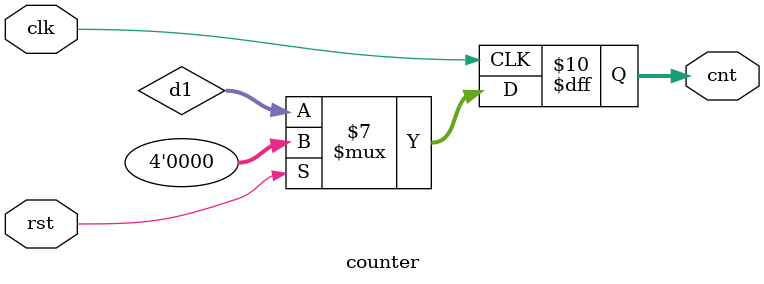
<source format=v>
module counter(clk,rst,cnt);
	input clk,rst;
	output reg [3:0]cnt;
	
	reg[3:0] icnt;
	
	wire[3:0] d1,d2,b1;
	
	always@(posedge clk) begin
		if(rst)		cnt<=0;
		else		cnt<=d1;
	end
	
	always@(posedge clk) begin
		if(rst)		icnt<=1;
		else		icnt<=d2;
	end
	
	`ifdef M1
	assign d1 = (icnt==5)? cnt+1:cnt;
	
	assign d2 = (icnt==5)?1:icnt+1;
	`endif
	
	`ifdef M2
	assign d1 = (icnt==5)? b1:cnt;
	
	assign b1 = (cnt==11)?0:cnt+1;		// this will decide till which value we want the cnt to repeat here it is 11
	
	assign d2 = (icnt==5)?1:icnt+1;
	`endif
	
endmodule
</source>
